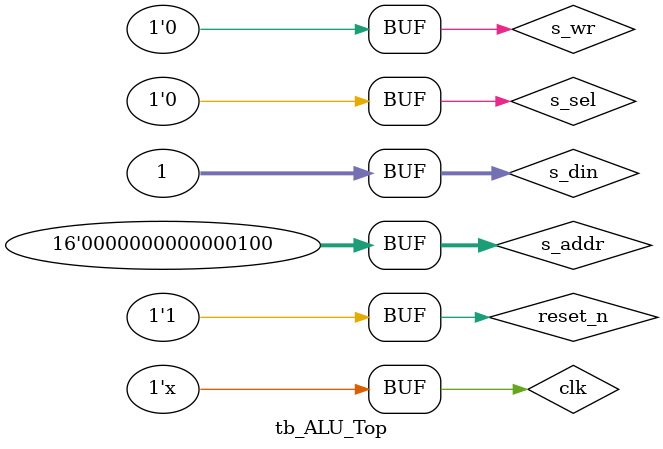
<source format=v>
`timescale 1ns/100ps

module tb_ALU_Top;
	reg clk, reset_n, s_sel, s_wr;
	reg[15:0] s_addr;
	reg[31:0] s_din;
	
	wire[31:0] s_dout;
	wire s_interrupt;
	//wire for register file

	wire[3:0] wAddr, rAddr;
	wire re;
	wire we;
	wire[31:0] wData, rData;
	//wire for register file
	
	wire o_rd_en, o_wr_en;
	wire[31:0] o_din;
	wire[31:0] o_dout;
	wire o_full, o_empty, o_wr_ack, o_wr_err, o_rd_ack, o_rd_err;
	wire[3:0] o_data_count;
	//wire for operator fifo
	
	wire r_rd_en, r_wr_en;
	wire[31:0] r_din;
	wire[31:0] r_dout;
	wire r_full, r_empty, r_wr_ack, r_wr_err, r_rd_ack, r_rd_err;
	wire[3:0] r_data_count;
	//wire for result fifo
	
	wire alu_begin;
	wire alu_done;
	//signal between slave and alu
	
	wire operand_state, instruction_state, result_state;
	wire[4:0] alu_state;
	
	wire[31:0] operand1, operand2, result2, result1;
	wire[31:0] RESULT;
	
	ALU_Top ALU_Top_1(clk, reset_n, s_sel, s_wr, s_addr, s_din, s_dout, s_interrupt, wAddr, rAddr, re, we, wData, rData, o_rd_en, o_wr_en, o_din, o_dout, o_full, o_empty, o_wr_ack, o_wr_err, o_rd_ack, o_rd_err, o_data_count, r_rd_en, r_wr_en, r_din, r_dout, r_full, r_empty, r_wr_ack, r_wr_err, r_rd_ack, r_rd_err, r_data_count, alu_begin, alu_done, operand_state, instruction_state, result_state, alu_state, operand1, operand2, result2, result1, RESULT);
	
	always
		begin
			#5; clk = ~clk; //cycle of clock is 10ns
		end
	
	initial
		begin
			#4; clk = 1'b0; reset_n = 1'b1; s_sel = 1'b0; s_wr = 1'b0;
			s_addr = 16'h0000; s_din = 32'h0000_0000; #10; //initialize
			
			reset_n = 1'b0; #10; reset_n = 1'b1; #10; //resetted
			
			s_sel = 1'b1; s_wr = 1'b1; s_addr = 16'h0003; s_din = 32'b0000_0000_0000_0000_00_1111_0000_0001_00; #10; s_sel = 1'b0; #10;//1th operation
			s_sel = 1'b1; s_wr = 1'b1; s_addr = 16'h0003; s_din = 32'b0000_0000_0000_0000_00_1111_0010_0011_00; #10; s_sel = 1'b0; #10;//2th operation
			s_sel = 1'b1; s_wr = 1'b1; s_addr = 16'h0003; s_din = 32'b0000_0000_0000_0000_00_1111_0100_0101_00; #10; s_sel = 1'b0; #10;//3th operation
			s_sel = 1'b1; s_wr = 1'b1; s_addr = 16'h0003; s_din = 32'b0000_0000_0000_0000_00_1111_0110_0111_00; #10; s_sel = 1'b0; #10;//4th operation
			s_sel = 1'b1; s_wr = 1'b1; s_addr = 16'h0003; s_din = 32'b0000_0000_0000_0000_00_1111_1000_1001_00; #10; s_sel = 1'b0; #10;//5th operation
			s_sel = 1'b1; s_wr = 1'b1; s_addr = 16'h0003; s_din = 32'b0000_0000_0000_0000_00_1111_1010_1011_00; #10; s_sel = 1'b0; #10;//6th operation
			s_sel = 1'b1; s_wr = 1'b1; s_addr = 16'h0003; s_din = 32'b0000_0000_0000_0000_00_1111_1100_1101_00; #10; s_sel = 1'b0; #10;//7th operation
			s_sel = 1'b1; s_wr = 1'b1; s_addr = 16'h0003; s_din = 32'b0000_0000_0000_0000_00_1111_1110_1111_00; #10; s_sel = 1'b0; #10;//8th operation
			//push 8 instruction
			
			s_sel = 1'b1; s_wr = 1'b1; s_addr = 16'h0010; s_din = -1; #10; s_sel = 1'b0; #10; //1th operand
			s_sel = 1'b1; s_wr = 1'b1; s_addr = 16'h0011; s_din = 2; #10; s_sel = 1'b0; #10; //2th operand
			s_sel = 1'b1; s_wr = 1'b1; s_addr = 16'h0012; s_din = 100; #10; s_sel = 1'b0; #10; //3th operand
			s_sel = 1'b1; s_wr = 1'b1; s_addr = 16'h0013; s_din = 1000; #10; s_sel = 1'b0; #10; //4th operand
			s_sel = 1'b1; s_wr = 1'b1; s_addr = 16'h0014; s_din = 10000; #10; s_sel = 1'b0; #10; //5th operand
			s_sel = 1'b1; s_wr = 1'b1; s_addr = 16'h0015; s_din = 100000; #10; s_sel = 1'b0; #10; //6th operand
			s_sel = 1'b1; s_wr = 1'b1; s_addr = 16'h0016; s_din = 1000000; #10; s_sel = 1'b0; #10; //7th operand
			s_sel = 1'b1; s_wr = 1'b1; s_addr = 16'h0017; s_din = 10000000; #10; s_sel = 1'b0; #10; //8th operand
			s_sel = 1'b1; s_wr = 1'b1; s_addr = 16'h0018; s_din = -5; #10; s_sel = 1'b0; #10; //9th operand
			s_sel = 1'b1; s_wr = 1'b1; s_addr = 16'h0019; s_din = 50; #10; s_sel = 1'b0; #10; //10th operand
			s_sel = 1'b1; s_wr = 1'b1; s_addr = 16'h001A; s_din = 500; #10; s_sel = 1'b0; #10; //11th operand
			s_sel = 1'b1; s_wr = 1'b1; s_addr = 16'h001B; s_din = 5000; #10; s_sel = 1'b0; #10; //12th operand
			s_sel = 1'b1; s_wr = 1'b1; s_addr = 16'h001C; s_din = 50000; #10; s_sel = 1'b0; #10; //13th operand
			s_sel = 1'b1; s_wr = 1'b1; s_addr = 16'h001D; s_din = 500000; #10; s_sel = 1'b0; #10; //14th operand
			s_sel = 1'b1; s_wr = 1'b1; s_addr = 16'h001E; s_din = 5000000; #10; s_sel = 1'b0; #10; //15th operand
			s_sel = 1'b1; s_wr = 1'b1; s_addr = 16'h001F; s_din = 50000000; #10; s_sel = 1'b0; #10; //16th operand
			
			s_sel = 1'b1; s_wr = 1'b1; s_addr = 16'h0000; s_din = 32'h0000_0001; #10; s_sel = 1'b0; #10; //start
			#10000; //and done
	
			s_sel = 1'b1; s_wr = 1'b0; s_addr = 16'h0004; #10; s_sel = 1'b0; #20;
			s_sel = 1'b1; s_wr = 1'b0; s_addr = 16'h0004; #10; s_sel = 1'b0; #20;
			s_sel = 1'b1; s_wr = 1'b0; s_addr = 16'h0004; #10; s_sel = 1'b0; #20;
			s_sel = 1'b1; s_wr = 1'b0; s_addr = 16'h0004; #10; s_sel = 1'b0; #20;
			s_sel = 1'b1; s_wr = 1'b0; s_addr = 16'h0004; #10; s_sel = 1'b0; #20;
			s_sel = 1'b1; s_wr = 1'b0; s_addr = 16'h0004; #10; s_sel = 1'b0; #20;
			s_sel = 1'b1; s_wr = 1'b0; s_addr = 16'h0004; #10; s_sel = 1'b0; #20;
			s_sel = 1'b1; s_wr = 1'b0; s_addr = 16'h0004; #10; s_sel = 1'b0; #20;
			s_sel = 1'b1; s_wr = 1'b0; s_addr = 16'h0004; #10; s_sel = 1'b0; #20;
			s_sel = 1'b1; s_wr = 1'b0; s_addr = 16'h0004; #10; s_sel = 1'b0; #20;
			s_sel = 1'b1; s_wr = 1'b0; s_addr = 16'h0004; #10; s_sel = 1'b0; #20;
			s_sel = 1'b1; s_wr = 1'b0; s_addr = 16'h0004; #10; s_sel = 1'b0; #20;
			s_sel = 1'b1; s_wr = 1'b0; s_addr = 16'h0004; #10; s_sel = 1'b0; #20;
			s_sel = 1'b1; s_wr = 1'b0; s_addr = 16'h0004; #10; s_sel = 1'b0; #20;
			s_sel = 1'b1; s_wr = 1'b0; s_addr = 16'h0004; #10; s_sel = 1'b0; #20;
			s_sel = 1'b1; s_wr = 1'b0; s_addr = 16'h0004; #10; s_sel = 1'b0; #20;
			//check 16 result
			//00 - operation start
			//01 - interrupt
			//02 - interrupt clear
			//03 - instruction
			//04 - result
			//05 - alu status
			//10
			//1f - operand
			
		end 
endmodule 
</source>
